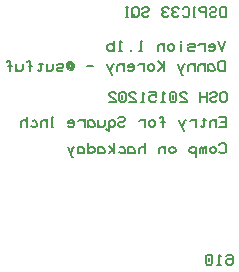
<source format=gbr>
%FSTAX24Y24*%
%MOIN*%
%IN SILK2.GBR *%
%ADD10C,0.0056*%
D10*X008346Y00613D02*G01X008403Y006187D01*X008515D01*X008571Y00613D01*
Y005906D01*X008515Y005849D01*X008403D01*X008346Y005906D01*Y00613D01*
X008009D02*X008065Y006187D01*X008178D01*X008234Y00613D01*Y006074D01*
X008178Y006018D01*X008065D01*X008009Y005962D01*Y005906D01*
X008065Y005849D01*X008178D01*X008234Y005906D01*X007897Y006187D02*
Y006018D01*Y005849D01*Y006018D02*X007672D01*Y006187D01*Y006018D02*
Y005849D01*X007222Y00613D02*X007165Y006187D01*X007053D01*
X006997Y00613D01*Y006074D01*X007053Y006018D01*X007222Y005906D01*
Y005849D01*X006997D01*X006659Y00613D02*X006715Y006187D01*X006828D01*
X006884Y00613D01*Y005906D01*X006828Y005849D01*X006715D01*
X006659Y005906D01*Y00613D01*X006772Y006074D02*Y005962D01*
X00649Y00613D02*X006434Y006187D01*Y005849D01*X006378D01*X006434D02*
X00649D01*X005984Y006187D02*X006209D01*Y006018D01*X006153Y006074D01*
X00604D01*X005984Y006018D01*Y005906D01*X00604Y005849D01*X006153D01*
X006209Y005906D01*X005816Y00613D02*X005759Y006187D01*Y005849D01*
X005703D01*X005759D02*X005816D01*X005534Y00613D02*X005478Y006187D01*
X005366D01*X005309Y00613D01*Y006074D01*X005366Y006018D01*
X005534Y005906D01*Y005849D01*X005309D01*X004972Y00613D02*
X005028Y006187D01*X005141D01*X005197Y00613D01*Y005906D01*
X005141Y005849D01*X005028D01*X004972Y005906D01*Y00613D01*
X005084Y006074D02*Y005962D01*X004859Y00613D02*X004803Y006187D01*
X004691D01*X004634Y00613D01*Y006074D01*X004691Y006018D01*
X004859Y005906D01*Y005849D01*X004634D01*X008279Y007171D02*
X008335Y007227D01*X008504D01*Y00689D01*X008335D01*X008279Y006946D01*
Y007171D01*X007942Y00689D02*Y007115D01*X008166Y006963D02*
X008147Y007033D01*X008116Y007081D01*X008076Y007106D01*
X008048Y007115D01*X008026D01*X007987D01*X007942Y007092D01*
X008166Y00696D02*Y006943D01*X008164Y006932D01*X008155Y006918D01*
X008136Y006907D01*X008096Y00689D01*X008034D01*X007975Y006915D01*
X007942Y006946D01*X007829Y007143D02*Y00689D01*Y007044D02*
X007759Y007115D01*X007688D01*X007618Y007044D01*Y00689D01*
X007492Y007143D02*Y00689D01*Y007044D02*X007421Y007115D01*X007351D01*
X007281Y007044D01*Y00689D01*X007154Y007115D02*X007126D01*
X007028Y00689D01*X006943Y007115D02*Y007087D01*X007084Y006763D01*
X007112D01*X006479Y007227D02*Y007002D01*Y00689D01*Y007002D02*
X006423Y007058D01*X006254Y00689D01*X006423Y007058D02*X006254Y007227D01*
X006142Y00696D02*Y007044D01*X006071Y007115D01*X006001D01*
X005931Y007044D01*Y00696D01*X006001Y00689D01*X006071D01*
X006142Y00696D01*X005804Y007143D02*Y00689D01*X005593Y007073D02*
X005664Y007115D01*X005734D01*X005804Y007073D01*X005467Y007016D02*
X005256D01*Y007044D01*X005326Y007115D01*X005397D01*X005467Y007058D01*
Y00696D01*Y006946D01*X005411Y00689D01*X005298D01*X005256Y006918D01*
X005129Y007143D02*Y00689D01*Y007044D02*X005059Y007115D01*X004989D01*
X004918Y007044D01*Y00689D01*X004792Y007115D02*X004764D01*
X004665Y00689D01*X004581Y007115D02*Y007087D01*X004722Y006763D01*
X00475D01*X004117Y007058D02*X003892D01*X003299Y007126D02*
X003301Y007123D01*X003313Y006999D01*X003307Y006985D01*
X003296Y006974D01*X003279Y006971D01*X003262Y006983D01*
X003259Y006985D02*X003248Y007014D01*X003237Y007067D01*
X003234Y007098D01*X003237Y007137D01*X003254Y007171D01*
X003279Y007193D01*X003321Y007202D01*X003363Y007199D01*
X003408Y007179D01*X003439Y007134D01*X003453Y007073D01*Y007008D01*
X003442Y006957D01*X003411Y006924D01*X003377Y006912D01*X003346D01*
X003301Y00712D02*X003321Y007129D01*X003338Y007132D01*X003355Y007129D01*
X003366Y00712D01*X003369D02*X003386Y007089D01*X003394Y007042D01*
Y007011D01*X003391Y006999D01*X003383Y006994D01*X003366D01*X003361D02*
X003313Y007014D01*X003344Y006912D02*X00333Y006915D01*X002964Y00689D02*
X003034D01*X003105Y006918D02*X003076Y00689D01*X002922D01*
X002894Y006918D01*Y006974D01*X002922Y007002D01*X003076D01*
X003105Y00703D01*Y007087D01*X003076Y007115D01*X002922D01*
X002894Y007087D01*X002556Y007115D02*Y00689D01*Y006946D02*
X002612Y00689D01*X002711D01*X002767Y006946D01*Y007115D01*
X002373Y007171D02*Y006918D01*X002345Y00689D01*X002303D01*
X002275Y006918D01*X00243Y007115D02*X002317D01*X002008Y00689D02*
Y007199D01*X00198Y007227D01*X001924D01*X001895Y007199D01*Y007185D01*
X002064Y007058D02*X001952D01*X001544Y007115D02*Y00689D01*Y006946D02*
X0016Y00689D01*X001699D01*X001755Y006946D01*Y007115D01*
X001333Y00689D02*Y007199D01*X001305Y007227D01*X001249D01*
X00122Y007199D01*Y007185D01*X001389Y007058D02*X001277D01*
X008318Y005366D02*X008543D01*Y005197D01*Y005028D01*X008318D01*
X008543Y005197D02*X008375D01*X008206Y005281D02*Y005028D01*Y005183D02*
X008136Y005253D01*X008065D01*X007995Y005183D01*Y005028D01*
X007812Y005309D02*Y005056D01*X007784Y005028D01*X007742D01*
X007714Y005056D01*X007868Y005253D02*X007756D01*X007531Y005281D02*
Y005028D01*X00732Y005211D02*X00739Y005253D01*X007461D01*
X007531Y005211D01*X007193Y005253D02*X007165D01*X007067Y005028D01*
X006983Y005253D02*Y005225D01*X007123Y004902D01*X007151D01*
X006434Y005028D02*Y005337D01*X006406Y005366D01*X00635D01*
X006322Y005337D01*Y005323D01*X00649Y005197D02*X006378D01*
X006181Y005098D02*Y005183D01*X006111Y005253D01*X00604D01*
X00597Y005183D01*Y005098D01*X00604Y005028D01*X006111D01*
X006181Y005098D01*X005844Y005281D02*Y005028D01*X005633Y005211D02*
X005703Y005253D01*X005773D01*X005844Y005211D01*X004944Y005309D02*
X005Y005366D01*X005112D01*X005169Y005309D01*Y005253D01*
X005112Y005197D01*X005D01*X004944Y005141D01*Y005084D01*X005Y005028D01*
X005112D01*X005169Y005084D01*X004634D02*X004691Y005028D01*X004761D01*
X004831Y005098D01*Y005197D01*X004761Y005253D01*X004691D01*
X004634Y005197D01*Y004888D01*X004536Y004944D01*X004283Y005253D02*
Y005028D01*Y005084D02*X004339Y005028D01*X004438D01*X004494Y005084D01*
Y005253D01*X003931Y005028D02*Y005253D01*X004156Y005101D02*
X004137Y005172D01*X004106Y005219D01*X004066Y005245D01*
X004038Y005253D01*X004016D01*X003976D01*X003931Y005231D01*
X004156Y005098D02*Y005082D01*X004154Y00507D01*X004145Y005056D01*
X004125Y005045D01*X004086Y005028D01*X004024D01*X003965Y005053D01*
X003931Y005084D01*X003819Y005281D02*Y005028D01*X003608Y005211D02*
X003678Y005253D01*X003749D01*X003819Y005211D01*X003481Y005155D02*
X003271D01*Y005183D01*X003341Y005253D01*X003411D01*X003481Y005197D01*
Y005098D01*Y005084D01*X003425Y005028D01*X003313D01*X003271Y005056D01*
X00275Y005028D02*Y005366D01*X002778D02*X002722D01*X002778Y005028D02*
X002722D01*X002582Y005281D02*Y005028D01*Y005183D02*X002511Y005253D01*
X002441D01*X002371Y005183D01*Y005028D01*X002089Y005253D02*Y005225D01*
X002132Y005253D01*X002146D01*X002174Y005239D01*X002216Y005197D01*
X002244Y005127D01*Y005098D01*X00223Y005056D01*X002174Y005028D01*
X002103D01*X002033Y00507D01*X001907Y005366D02*Y005028D01*Y005197D02*
X001836Y005253D01*X001766D01*X001696Y005183D01*Y005028D01*
X008316Y004424D02*X008372Y00448D01*X008484D01*X00854Y004424D01*
Y004199D01*X008484Y004142D01*X008372D01*X008316Y004199D01*
X008203Y004213D02*Y004297D01*X008133Y004367D01*X008062D01*
X007992Y004297D01*Y004213D01*X008062Y004142D01*X008133D01*
X008203Y004213D01*X00776Y004142D02*Y004297D01*X007708Y004367D01*
X007655Y004297D01*Y004142D01*X007866Y004297D02*X007813Y004367D01*
X00776Y004297D01*X007866Y004395D02*Y004142D01*X007528Y004367D02*
Y004016D01*Y004213D02*X007458Y004142D01*X007388D01*X007317Y004213D01*
Y004297D01*X007388Y004367D01*X007458D01*X007528Y004311D01*
X006853Y004213D02*Y004297D01*X006783Y004367D01*X006713D01*
X006642Y004297D01*Y004213D01*X006713Y004142D01*X006783D01*
X006853Y004213D01*X006516Y004395D02*Y004142D01*Y004297D02*
X006445Y004367D01*X006375D01*X006305Y004297D01*Y004142D01*
X005841Y00448D02*Y004142D01*Y004311D02*X005771Y004367D01*X0057D01*
X00563Y004297D01*Y004142D01*X005278D02*Y004367D01*X005503Y004215D02*
X005484Y004286D01*X005453Y004334D01*X005413Y004359D01*
X005385Y004367D01*X005363D01*X005323D01*X005278Y004345D01*
X005503Y004213D02*Y004196D01*X005501Y004184D01*X005492Y00417D01*
X005472Y004159D01*X005433Y004142D01*X005371D01*X005312Y004168D01*
X005278Y004199D01*X005011Y004367D02*Y004339D01*X005053Y004367D01*
X005067D01*X005096Y004353D01*X005138Y004311D01*X005166Y004241D01*
Y004213D01*X005152Y00417D01*X005096Y004142D01*X005025D01*
X004955Y004184D01*X0048Y00448D02*Y004142D01*Y004227D02*
X004632Y004395D01*Y004142D02*X004758Y004269D01*X004266Y004142D02*
Y004367D01*X004491Y004215D02*X004471Y004286D01*X00444Y004334D01*
X004401Y004359D01*X004373Y004367D01*X00435D01*X004311D01*
X004266Y004345D01*X004491Y004213D02*Y004196D01*X004488Y004184D01*
X00448Y00417D01*X00446Y004159D01*X004421Y004142D01*X004359D01*
X0043Y004168D01*X004266Y004199D01*X003943Y00448D02*Y004142D01*
Y004297D02*X004013Y004367D01*X004083D01*X004154Y004311D01*Y004213D01*
X004083Y004142D01*X004013D01*X003943Y004213D01*X003591Y004142D02*
Y004367D01*X003816Y004215D02*X003796Y004286D01*X003765Y004334D01*
X003726Y004359D01*X003698Y004367D01*X003675D01*X003636D01*
X003591Y004345D01*X003816Y004213D02*Y004196D01*X003813Y004184D01*
X003805Y00417D01*X003785Y004159D01*X003746Y004142D01*X003684D01*
X003625Y004168D01*X003591Y004199D01*X003479Y004367D02*X003451D01*
X003352Y004142D01*X003268Y004367D02*Y004339D01*X003408Y004016D01*
X003436D01*X008324Y008971D02*X00838Y009027D01*X008549D01*Y00869D01*
X00838D01*X008324Y008746D01*Y008971D01*X007986D02*X008043Y009027D01*
X008155D01*X008211Y008971D01*Y008915D01*X008155Y008858D01*X008043D01*
X007986Y008802D01*Y008746D01*X008043Y00869D01*X008155D01*
X008211Y008746D01*X007874Y00869D02*Y009027D01*X007705D01*
X007649Y008971D01*Y008915D01*X007705Y008858D01*X007874D01*
X00748Y00869D02*Y009027D01*X007508D02*X007452D01*X007508Y00869D02*
X007452D01*X007087Y008971D02*X007143Y009027D01*X007255D01*
X007312Y008971D01*Y008746D01*X007255Y00869D01*X007143D01*
X007087Y008746D01*X006974Y008971D02*X006918Y009027D01*X006805D01*
X006749Y008971D01*Y008915D01*X006805Y008858D01*X006749Y008802D01*
Y008746D01*X006805Y00869D01*X006918D01*X006974Y008746D01*
X006805Y008858D02*X006862D01*X006637Y008971D02*X00658Y009027D01*
X006468D01*X006412Y008971D01*Y008915D01*X006468Y008858D01*
X006412Y008802D01*Y008746D01*X006468Y00869D01*X00658D01*
X006637Y008746D01*X006468Y008858D02*X006524D01*X005737Y008971D02*
X005793Y009027D01*X005906D01*X005962Y008971D01*Y008915D01*
X005906Y008858D01*X005793D01*X005737Y008802D01*Y008746D01*
X005793Y00869D01*X005906D01*X005962Y008746D01*X005399D02*Y008971D01*
X005456Y009027D01*X005568D01*X005624Y008971D01*Y008746D01*
X005568Y00869D01*X005456D01*X005399Y008746D01*X005512Y008802D02*
X005399Y00869D01*X005231D02*Y009027D01*X005259D02*X005202D01*
X005259Y00869D02*X005202D01*X008532Y000714D02*X008588Y000771D01*
X008701D01*X008757Y000714D01*Y000489D01*X008701Y000433D01*X008588D01*
X008532Y000489D01*Y000574D01*X008588Y00063D01*X008701D01*
X008757Y000574D01*X008363Y000714D02*X008307Y000771D01*Y000433D01*
X008251D01*X008307D02*X008363D01*X007857Y000714D02*X007913Y000771D01*
X008026D01*X008082Y000714D01*Y000489D01*X008026Y000433D01*X007913D01*
X007857Y000489D01*Y000714D01*X00797Y000658D02*Y000546D01*
X008503Y007897D02*X00839Y007559D01*X008278Y007897D01*X008165Y007686D02*
X007954D01*Y007714D01*X008024Y007784D01*X008095D01*X008165Y007728D01*
Y007629D01*Y007615D01*X008109Y007559D01*X007996D01*X007954Y007587D01*
X007828Y007812D02*Y007559D01*X007617Y007742D02*X007687Y007784D01*
X007757D01*X007828Y007742D01*X00735Y007559D02*X00742D01*
X00749Y007587D02*X007462Y007559D01*X007307D01*X007279Y007587D01*
Y007643D01*X007307Y007672D01*X007462D01*X00749Y0077D01*Y007756D01*
X007462Y007784D01*X007307D01*X007279Y007756D01*X007047Y007777D02*
Y007559D01*Y007868D02*Y007875D01*X006815Y007629D02*Y007714D01*
X006745Y007784D01*X006675D01*X006604Y007714D01*Y007629D01*
X006675Y007559D01*X006745D01*X006815Y007629D01*X006478Y007812D02*
Y007559D01*Y007714D02*X006407Y007784D01*X006337D01*X006267Y007714D01*
Y007559D01*X005747Y00784D02*X00569Y007897D01*Y007559D01*X005634D01*
X00569D02*X005747D01*X005381D02*X005353D01*Y007587D01*X005381D01*
Y007559D01*X005072Y00784D02*X005015Y007897D01*Y007559D01*X004959D01*
X005015D02*X005072D01*X00479Y007897D02*Y007559D01*Y007629D02*
X00472Y007559D01*X00465D01*X00458Y007629D01*Y007714D01*
X00465Y007784D01*X00472D01*X00479Y007728D01*
M02*
</source>
